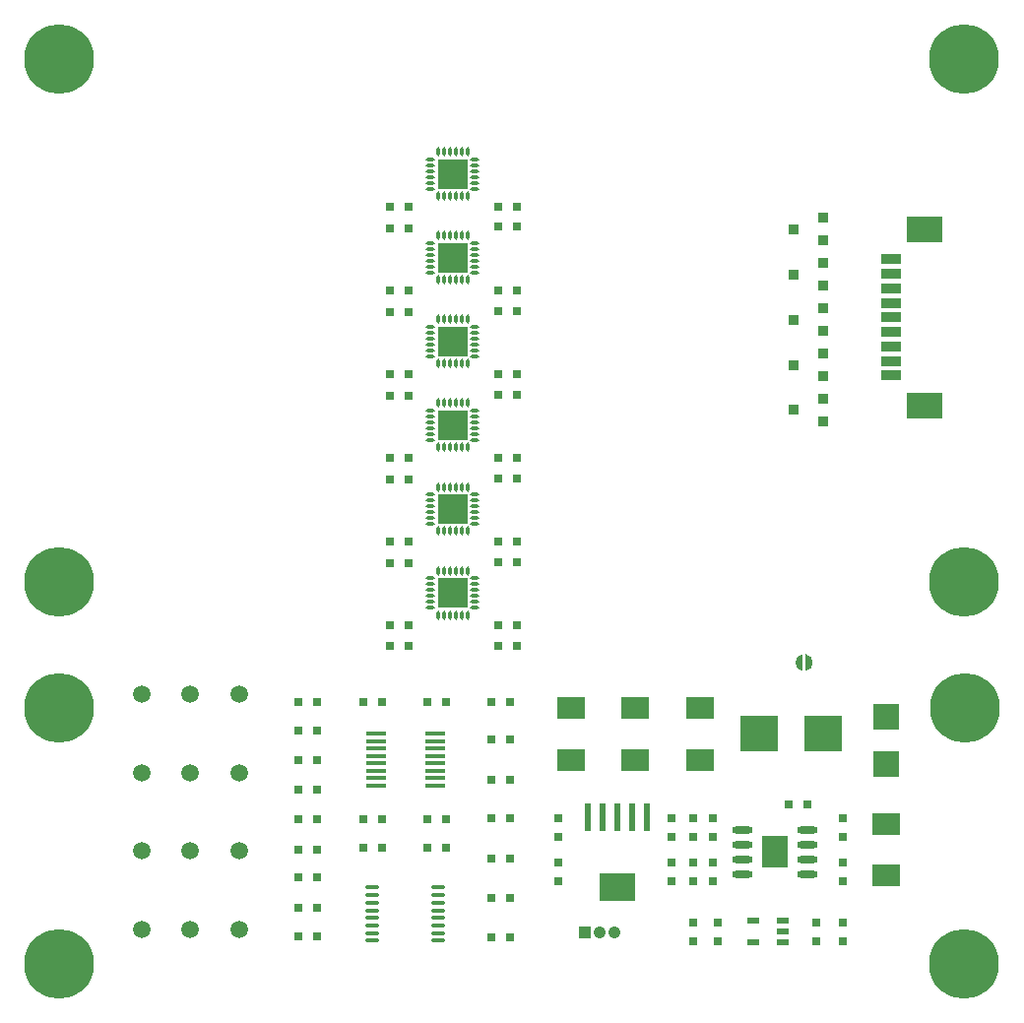
<source format=gbr>
G04*
G04 #@! TF.GenerationSoftware,Altium Limited,Altium Designer,24.1.2 (44)*
G04*
G04 Layer_Color=255*
%FSLAX44Y44*%
%MOMM*%
G71*
G04*
G04 #@! TF.SameCoordinates,9195950A-8220-4955-82C2-9B8F86C7291D*
G04*
G04*
G04 #@! TF.FilePolarity,Positive*
G04*
G01*
G75*
%ADD22R,0.8000X0.7000*%
%ADD23R,1.0000X0.6000*%
%ADD24R,2.3622X1.8796*%
%ADD25R,0.9500X0.9000*%
%ADD26R,0.7000X0.8000*%
%ADD27R,2.3000X2.2860*%
%ADD28R,1.7018X0.8128*%
%ADD29R,3.0988X2.2098*%
G04:AMPARAMS|DCode=30|XSize=0.2746mm|YSize=0.8048mm|CornerRadius=0.1373mm|HoleSize=0mm|Usage=FLASHONLY|Rotation=90.000|XOffset=0mm|YOffset=0mm|HoleType=Round|Shape=RoundedRectangle|*
%AMROUNDEDRECTD30*
21,1,0.2746,0.5302,0,0,90.0*
21,1,0.0000,0.8048,0,0,90.0*
1,1,0.2746,0.2651,0.0000*
1,1,0.2746,0.2651,0.0000*
1,1,0.2746,-0.2651,0.0000*
1,1,0.2746,-0.2651,0.0000*
%
%ADD30ROUNDEDRECTD30*%
%ADD31R,3.3000X3.1500*%
%ADD32O,1.8000X0.6000*%
%ADD33R,2.3000X2.8000*%
%ADD34R,3.1725X2.3455*%
%ADD35R,0.6325X2.3455*%
%ADD36O,1.3000X0.3500*%
%ADD37R,1.8000X0.4000*%
%ADD38R,2.5000X2.5000*%
G04:AMPARAMS|DCode=39|XSize=0.2746mm|YSize=0.8048mm|CornerRadius=0.1373mm|HoleSize=0mm|Usage=FLASHONLY|Rotation=180.000|XOffset=0mm|YOffset=0mm|HoleType=Round|Shape=RoundedRectangle|*
%AMROUNDEDRECTD39*
21,1,0.2746,0.5302,0,0,180.0*
21,1,0.0000,0.8048,0,0,180.0*
1,1,0.2746,0.0000,0.2651*
1,1,0.2746,0.0000,0.2651*
1,1,0.2746,0.0000,-0.2651*
1,1,0.2746,0.0000,-0.2651*
%
%ADD39ROUNDEDRECTD39*%
%ADD62C,1.5000*%
%ADD64C,6.0000*%
%ADD65C,0.8000*%
%ADD66R,1.0500X1.0500*%
%ADD67C,1.0500*%
G36*
G01X675178Y287614D02*
G02Y302386I1302J7386D01*
G01Y287614D01*
D02*
G37*
G36*
G01X677782Y302386D02*
G02Y287614I-1302J-7386D01*
G01Y302386D01*
D02*
G37*
D22*
X709740Y71671D02*
D03*
Y55671D02*
D03*
X580670Y71671D02*
D03*
Y55671D02*
D03*
X687080D02*
D03*
Y71671D02*
D03*
X601970D02*
D03*
Y55671D02*
D03*
X709740Y123053D02*
D03*
Y107053D02*
D03*
X580670Y123054D02*
D03*
Y107054D02*
D03*
X709740Y161169D02*
D03*
Y145169D02*
D03*
X580670Y161170D02*
D03*
Y145170D02*
D03*
X597970Y123054D02*
D03*
Y107054D02*
D03*
Y161170D02*
D03*
Y145170D02*
D03*
X562469Y107054D02*
D03*
Y123054D02*
D03*
X464820Y107054D02*
D03*
Y123054D02*
D03*
Y145169D02*
D03*
Y161169D02*
D03*
X562469Y145169D02*
D03*
Y161169D02*
D03*
D23*
X632410Y54171D02*
D03*
Y73171D02*
D03*
X657910D02*
D03*
Y63671D02*
D03*
Y54171D02*
D03*
D24*
X747061Y156464D02*
D03*
Y111760D02*
D03*
X586740Y211328D02*
D03*
Y256032D02*
D03*
X530860D02*
D03*
Y211328D02*
D03*
X476120Y256151D02*
D03*
Y211447D02*
D03*
D25*
X692484Y521644D02*
D03*
X667484Y512144D02*
D03*
X692484Y502644D02*
D03*
Y560536D02*
D03*
X667484Y551036D02*
D03*
X692484Y541536D02*
D03*
Y599428D02*
D03*
X667484Y589928D02*
D03*
X692484Y580428D02*
D03*
Y638320D02*
D03*
X667484Y628820D02*
D03*
X692484Y619320D02*
D03*
Y658211D02*
D03*
X667484Y667711D02*
D03*
X692484Y677211D02*
D03*
D26*
X352487Y135341D02*
D03*
X368487D02*
D03*
X241948Y134441D02*
D03*
X257948D02*
D03*
X336458Y309184D02*
D03*
X320458D02*
D03*
X663560Y172720D02*
D03*
X679560D02*
D03*
X313218Y135341D02*
D03*
X297218D02*
D03*
X297219Y261377D02*
D03*
X313219D02*
D03*
X368488D02*
D03*
X352488D02*
D03*
X313218Y160548D02*
D03*
X297218D02*
D03*
X352488D02*
D03*
X368488D02*
D03*
X423756Y228517D02*
D03*
X407756D02*
D03*
X407758Y160998D02*
D03*
X423758D02*
D03*
X407757Y193858D02*
D03*
X423757D02*
D03*
X423757Y261377D02*
D03*
X407757D02*
D03*
X423757Y126339D02*
D03*
X407757D02*
D03*
X423757Y58820D02*
D03*
X407757D02*
D03*
X423757Y92579D02*
D03*
X407757D02*
D03*
X257948Y160548D02*
D03*
X241948D02*
D03*
X257948Y185755D02*
D03*
X241948D02*
D03*
X257948Y210963D02*
D03*
X241948D02*
D03*
X241950Y236170D02*
D03*
X257950D02*
D03*
X257948Y261377D02*
D03*
X241948D02*
D03*
X257950Y110134D02*
D03*
X241950D02*
D03*
X257948Y59720D02*
D03*
X241948D02*
D03*
X241949Y84027D02*
D03*
X257949D02*
D03*
X413244Y470816D02*
D03*
X429244D02*
D03*
X413244Y686816D02*
D03*
X429244D02*
D03*
X429242Y669584D02*
D03*
X413242D02*
D03*
X413244Y614816D02*
D03*
X429244D02*
D03*
X429242Y597584D02*
D03*
X413242D02*
D03*
X413244Y542816D02*
D03*
X429244D02*
D03*
X429242Y525584D02*
D03*
X413242D02*
D03*
X429242Y453584D02*
D03*
X413242D02*
D03*
X413244Y398816D02*
D03*
X429244D02*
D03*
X429242Y381584D02*
D03*
X413242D02*
D03*
Y326814D02*
D03*
X429242D02*
D03*
Y309584D02*
D03*
X413242D02*
D03*
X320458Y614816D02*
D03*
X336458D02*
D03*
X320458Y668684D02*
D03*
X336458D02*
D03*
X320458Y542816D02*
D03*
X336458D02*
D03*
X320458Y596684D02*
D03*
X336458D02*
D03*
X320458Y524684D02*
D03*
X336458D02*
D03*
Y452684D02*
D03*
X320458D02*
D03*
Y380684D02*
D03*
X336458D02*
D03*
Y470816D02*
D03*
X320458D02*
D03*
Y398816D02*
D03*
X336458D02*
D03*
X320460Y326814D02*
D03*
X336460D02*
D03*
X320458Y686816D02*
D03*
X336458D02*
D03*
D27*
X747061Y207957D02*
D03*
Y247957D02*
D03*
D28*
X750955Y541752D02*
D03*
Y554252D02*
D03*
Y566752D02*
D03*
Y579252D02*
D03*
Y591752D02*
D03*
Y604252D02*
D03*
Y616752D02*
D03*
Y629252D02*
D03*
Y641752D02*
D03*
D29*
X779955Y667252D02*
D03*
Y516252D02*
D03*
D30*
X393374Y367500D02*
D03*
X355326Y630500D02*
D03*
X355326Y635500D02*
D03*
Y640500D02*
D03*
Y645500D02*
D03*
Y650500D02*
D03*
Y655500D02*
D03*
X393374D02*
D03*
X393374Y650500D02*
D03*
Y645500D02*
D03*
Y640500D02*
D03*
Y635500D02*
D03*
Y630500D02*
D03*
Y702500D02*
D03*
Y707500D02*
D03*
Y712500D02*
D03*
Y717500D02*
D03*
Y722500D02*
D03*
Y727500D02*
D03*
X355326D02*
D03*
Y722500D02*
D03*
Y717500D02*
D03*
Y712500D02*
D03*
Y707500D02*
D03*
Y702500D02*
D03*
X393374Y558500D02*
D03*
Y563500D02*
D03*
Y568500D02*
D03*
Y573500D02*
D03*
Y578500D02*
D03*
Y583500D02*
D03*
X355326D02*
D03*
Y578500D02*
D03*
Y573500D02*
D03*
Y568500D02*
D03*
Y563500D02*
D03*
Y558500D02*
D03*
X393374Y486500D02*
D03*
Y491500D02*
D03*
Y496500D02*
D03*
Y501500D02*
D03*
Y506500D02*
D03*
Y511500D02*
D03*
X355326D02*
D03*
Y506500D02*
D03*
Y501500D02*
D03*
Y496500D02*
D03*
Y491500D02*
D03*
Y486500D02*
D03*
X393374Y414500D02*
D03*
Y419500D02*
D03*
Y424500D02*
D03*
Y429500D02*
D03*
Y434500D02*
D03*
Y439500D02*
D03*
X355326D02*
D03*
Y434500D02*
D03*
Y429500D02*
D03*
Y424500D02*
D03*
Y419500D02*
D03*
Y414500D02*
D03*
X393374Y342500D02*
D03*
Y347500D02*
D03*
Y352500D02*
D03*
Y357500D02*
D03*
Y362500D02*
D03*
X355326Y367500D02*
D03*
Y362500D02*
D03*
Y357500D02*
D03*
Y352500D02*
D03*
Y347500D02*
D03*
Y342500D02*
D03*
D31*
X692980Y233680D02*
D03*
X637980D02*
D03*
D32*
X623060Y151384D02*
D03*
Y138684D02*
D03*
Y125984D02*
D03*
Y113284D02*
D03*
X679560Y151384D02*
D03*
Y138684D02*
D03*
Y125984D02*
D03*
Y113284D02*
D03*
D33*
X651310Y132334D02*
D03*
D34*
X515620Y101977D02*
D03*
D35*
X490220Y162183D02*
D03*
X502920D02*
D03*
X515620D02*
D03*
X528320D02*
D03*
X541020D02*
D03*
D36*
X305203Y101470D02*
D03*
Y94970D02*
D03*
Y88470D02*
D03*
Y81970D02*
D03*
Y75470D02*
D03*
Y68970D02*
D03*
Y62470D02*
D03*
Y55970D02*
D03*
X362203Y101470D02*
D03*
Y94970D02*
D03*
Y88470D02*
D03*
Y81970D02*
D03*
Y75470D02*
D03*
Y68970D02*
D03*
Y62470D02*
D03*
Y55970D02*
D03*
D37*
X359230Y233637D02*
D03*
Y227287D02*
D03*
Y220937D02*
D03*
Y214587D02*
D03*
Y208237D02*
D03*
Y201887D02*
D03*
Y195537D02*
D03*
Y189187D02*
D03*
X308176D02*
D03*
Y195537D02*
D03*
Y201887D02*
D03*
Y208237D02*
D03*
Y214587D02*
D03*
Y220937D02*
D03*
Y227287D02*
D03*
Y233637D02*
D03*
D38*
X374350Y643000D02*
D03*
Y715000D02*
D03*
Y571000D02*
D03*
Y499000D02*
D03*
Y427000D02*
D03*
Y355000D02*
D03*
D39*
X386850Y623976D02*
D03*
X381850Y623976D02*
D03*
X376850D02*
D03*
X371850D02*
D03*
X366850D02*
D03*
X361850D02*
D03*
Y662024D02*
D03*
X366850Y662024D02*
D03*
X371850D02*
D03*
X376850D02*
D03*
X381850D02*
D03*
X386850D02*
D03*
Y734024D02*
D03*
X381850D02*
D03*
X376850D02*
D03*
X371850D02*
D03*
X366850D02*
D03*
X361850D02*
D03*
Y695976D02*
D03*
X366850D02*
D03*
X371850D02*
D03*
X376850D02*
D03*
X381850D02*
D03*
X386850D02*
D03*
Y590024D02*
D03*
X381850D02*
D03*
X376850D02*
D03*
X371850D02*
D03*
X366850D02*
D03*
X361850D02*
D03*
Y551976D02*
D03*
X366850D02*
D03*
X371850D02*
D03*
X376850D02*
D03*
X381850D02*
D03*
X386850D02*
D03*
Y518024D02*
D03*
X381850D02*
D03*
X376850D02*
D03*
X371850D02*
D03*
X366850D02*
D03*
X361850D02*
D03*
Y479976D02*
D03*
X366850D02*
D03*
X371850D02*
D03*
X376850D02*
D03*
X381850D02*
D03*
X386850D02*
D03*
Y446024D02*
D03*
X381850D02*
D03*
X376850D02*
D03*
X371850D02*
D03*
X366850D02*
D03*
X361850D02*
D03*
Y407976D02*
D03*
X366850D02*
D03*
X371850D02*
D03*
X376850D02*
D03*
X381850D02*
D03*
X386850D02*
D03*
Y374024D02*
D03*
X381850D02*
D03*
X376850D02*
D03*
X371850D02*
D03*
X366850D02*
D03*
X361850D02*
D03*
Y335976D02*
D03*
X366850D02*
D03*
X371850D02*
D03*
X376850D02*
D03*
X381850D02*
D03*
X386850D02*
D03*
D62*
X190420Y267627D02*
D03*
X106600Y267627D02*
D03*
X148510Y267627D02*
D03*
X190420Y200373D02*
D03*
X148510D02*
D03*
X106600D02*
D03*
Y65866D02*
D03*
X148510D02*
D03*
X190420D02*
D03*
Y133120D02*
D03*
X148510D02*
D03*
X106600D02*
D03*
D64*
X36000Y814000D02*
D03*
Y256000D02*
D03*
Y364000D02*
D03*
X814477Y256000D02*
D03*
X814000Y364000D02*
D03*
Y36000D02*
D03*
Y814000D02*
D03*
X36000Y36000D02*
D03*
D65*
X27252Y835120D02*
D03*
X14880Y805252D02*
D03*
X44748Y792880D02*
D03*
X57120Y822748D02*
D03*
X44748Y835120D02*
D03*
X14880Y822748D02*
D03*
X27252Y792880D02*
D03*
X57120Y805252D02*
D03*
X27252Y277120D02*
D03*
X14880Y247252D02*
D03*
X44748Y234880D02*
D03*
X57120Y264748D02*
D03*
X44748Y277120D02*
D03*
X14880Y264748D02*
D03*
X27252Y234880D02*
D03*
X57120Y247252D02*
D03*
X27252Y385120D02*
D03*
X14880Y355252D02*
D03*
X44748Y342880D02*
D03*
X57120Y372748D02*
D03*
X44748Y385120D02*
D03*
X14880Y372748D02*
D03*
X27252Y342880D02*
D03*
X57120Y355252D02*
D03*
X805729Y277120D02*
D03*
X793357Y247252D02*
D03*
X823225Y234880D02*
D03*
X835597Y264748D02*
D03*
X823225Y277120D02*
D03*
X793357Y264748D02*
D03*
X805729Y234880D02*
D03*
X835597Y247252D02*
D03*
X805252Y385120D02*
D03*
X792880Y355252D02*
D03*
X822748Y342880D02*
D03*
X835120Y372748D02*
D03*
X822748Y385120D02*
D03*
X792880Y372748D02*
D03*
X805252Y342880D02*
D03*
X835120Y355252D02*
D03*
X805252Y57120D02*
D03*
X792880Y27252D02*
D03*
X822748Y14880D02*
D03*
X835120Y44748D02*
D03*
X822748Y57120D02*
D03*
X792880Y44748D02*
D03*
X805252Y14880D02*
D03*
X835120Y27252D02*
D03*
X805252Y835120D02*
D03*
X792880Y805252D02*
D03*
X822748Y792880D02*
D03*
X835120Y822748D02*
D03*
X822748Y835120D02*
D03*
X792880Y822748D02*
D03*
X805252Y792880D02*
D03*
X835120Y805252D02*
D03*
X27252Y57120D02*
D03*
X14880Y27252D02*
D03*
X44748Y14880D02*
D03*
X57120Y44748D02*
D03*
X44748Y57120D02*
D03*
X14880Y44748D02*
D03*
X27252Y14880D02*
D03*
X57120Y27252D02*
D03*
D66*
X487680Y62820D02*
D03*
D67*
X500380D02*
D03*
X513080D02*
D03*
M02*

</source>
